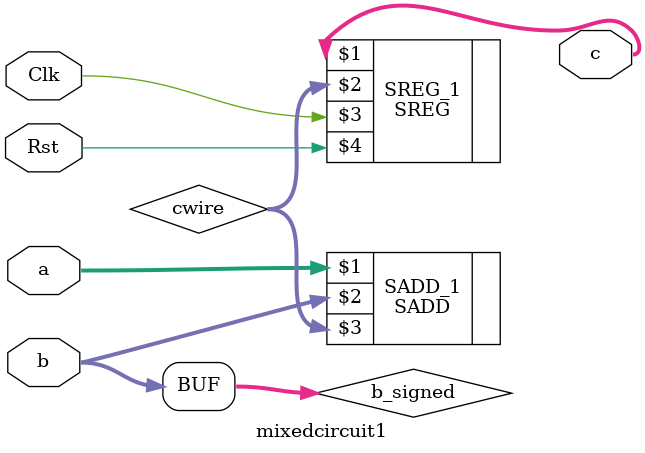
<source format=v>
`timescale 1ns/1ns

module mixedcircuit1(a, b, c, Clk, Rst);

    input Clk, Rst;
    input signed [7:0] a;
    input [7:0] b;
    
    output signed [7:0] c;
    
    wire signed [7:0] b_signed;
    wire signed [7:0] cwire;
    
    assign b_signed = $signed(b);
    
    SADD #(.DATAWIDTH(8)) SADD_1(a, b_signed, cwire);
    SREG #(.DATAWIDTH(8)) SREG_1(c, cwire, Clk, Rst);
    
endmodule

</source>
